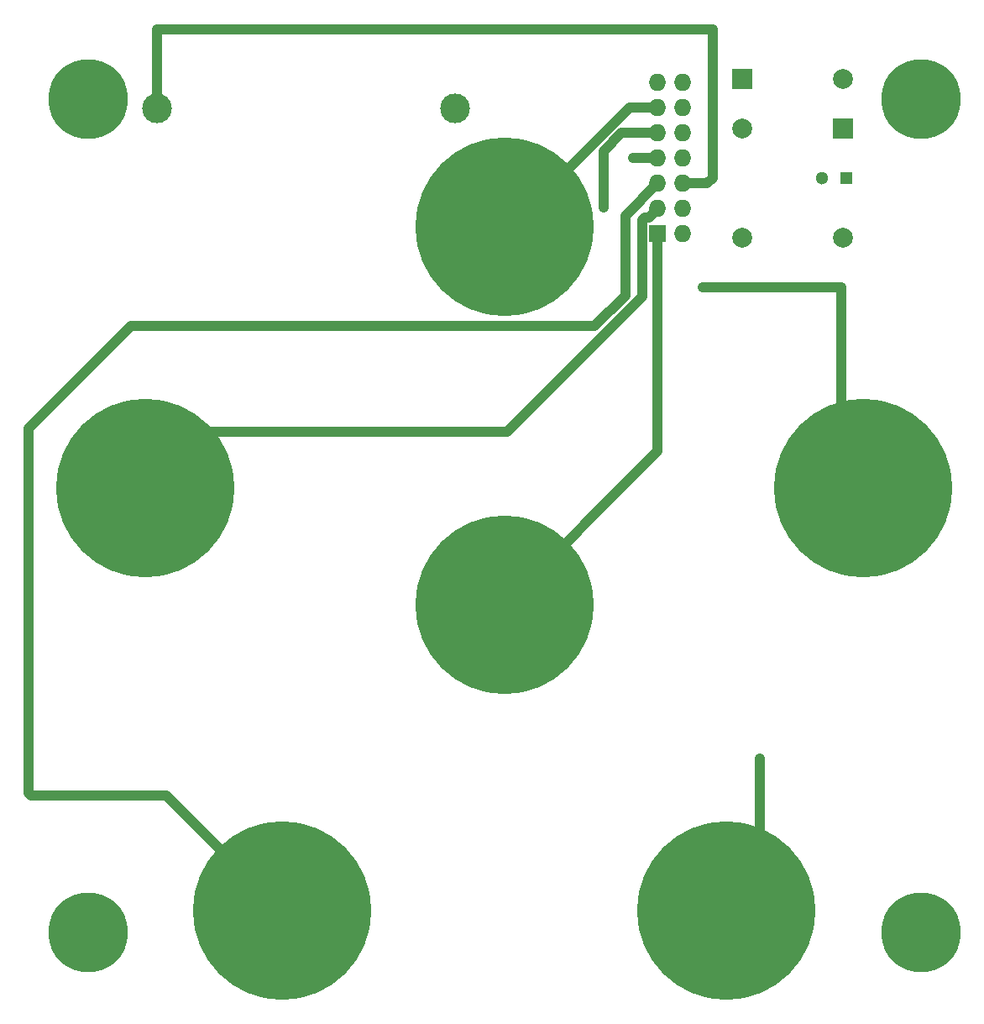
<source format=gbr>
G04 #@! TF.FileFunction,Copper,L1,Top,Signal*
%FSLAX46Y46*%
G04 Gerber Fmt 4.6, Leading zero omitted, Abs format (unit mm)*
G04 Created by KiCad (PCBNEW 4.0.2+dfsg1-stable) date Mon 14 Nov 2016 02:15:00 PM EST*
%MOMM*%
G01*
G04 APERTURE LIST*
%ADD10C,0.100000*%
%ADD11C,8.000000*%
%ADD12R,1.300000X1.300000*%
%ADD13C,1.300000*%
%ADD14C,1.998980*%
%ADD15R,1.998980X1.998980*%
%ADD16R,1.727200X1.727200*%
%ADD17O,1.727200X1.727200*%
%ADD18C,18.000000*%
%ADD19C,3.000000*%
%ADD20C,0.700000*%
%ADD21C,1.000000*%
G04 APERTURE END LIST*
D10*
D11*
X78000000Y-58000000D03*
X162000000Y-58000000D03*
X78000000Y-142000000D03*
D12*
X154500000Y-66000000D03*
D13*
X152000000Y-66000000D03*
D14*
X154160000Y-56002540D03*
D15*
X144000000Y-56002540D03*
D14*
X144000000Y-61000000D03*
D15*
X154160000Y-61000000D03*
D16*
X135460000Y-71620000D03*
D17*
X138000000Y-71620000D03*
X135460000Y-69080000D03*
X138000000Y-69080000D03*
X135460000Y-66540000D03*
X138000000Y-66540000D03*
X135460000Y-64000000D03*
X138000000Y-64000000D03*
X135460000Y-61460000D03*
X138000000Y-61460000D03*
X135460000Y-58920000D03*
X138000000Y-58920000D03*
X135460000Y-56380000D03*
X138000000Y-56380000D03*
D18*
X120000000Y-70900000D03*
X156200000Y-97200000D03*
X142400000Y-139800000D03*
X97600000Y-139800000D03*
X83800000Y-97200000D03*
X120000000Y-109000000D03*
D14*
X154160000Y-72000000D03*
X144000000Y-72000000D03*
D19*
X85000000Y-59000000D03*
X115000000Y-59000000D03*
D11*
X162000000Y-142000000D03*
D20*
X130000000Y-69000000D03*
X140000000Y-77000000D03*
X133000000Y-64000000D03*
X145730000Y-124542078D03*
D21*
X138000000Y-66540000D02*
X140460000Y-66540000D01*
X140460000Y-66540000D02*
X141000000Y-66000000D01*
X141000000Y-51000000D02*
X141000000Y-66000000D01*
X85000000Y-51000000D02*
X141000000Y-51000000D01*
X85000000Y-59000000D02*
X85000000Y-51000000D01*
X130000000Y-69000000D02*
X130000000Y-63257070D01*
X130000000Y-63257070D02*
X131797070Y-61460000D01*
X131797070Y-61460000D02*
X135460000Y-61460000D01*
X154000000Y-77000000D02*
X140000000Y-77000000D01*
X154000000Y-77000000D02*
X154000000Y-91000000D01*
X135460000Y-71620000D02*
X135460000Y-93540000D01*
X135460000Y-93540000D02*
X120000000Y-109000000D01*
X133896399Y-77896399D02*
X120242798Y-91550000D01*
X120242798Y-91550000D02*
X86040000Y-91550000D01*
X135460000Y-69080000D02*
X134596401Y-69943599D01*
X134596401Y-69943599D02*
X134149199Y-69943599D01*
X134149199Y-69943599D02*
X133896399Y-70196399D01*
X133896399Y-70196399D02*
X133896399Y-77896399D01*
X94930000Y-137270000D02*
X85930001Y-128270001D01*
X132174990Y-77825010D02*
X132174990Y-69825010D01*
X85930001Y-128270001D02*
X72270001Y-128270001D01*
X72270001Y-128270001D02*
X72000000Y-128000000D01*
X72000000Y-128000000D02*
X72000000Y-91233998D01*
X72000000Y-91233998D02*
X82303997Y-80930001D01*
X82303997Y-80930001D02*
X129069999Y-80930001D01*
X129069999Y-80930001D02*
X132174990Y-77825010D01*
X132174990Y-69825010D02*
X135460000Y-66540000D01*
X133000000Y-64000000D02*
X135460000Y-64000000D01*
X145730000Y-124542078D02*
X145730000Y-137270000D01*
X135460000Y-58920000D02*
X132640000Y-58920000D01*
X132640000Y-58920000D02*
X120330000Y-71230000D01*
M02*

</source>
